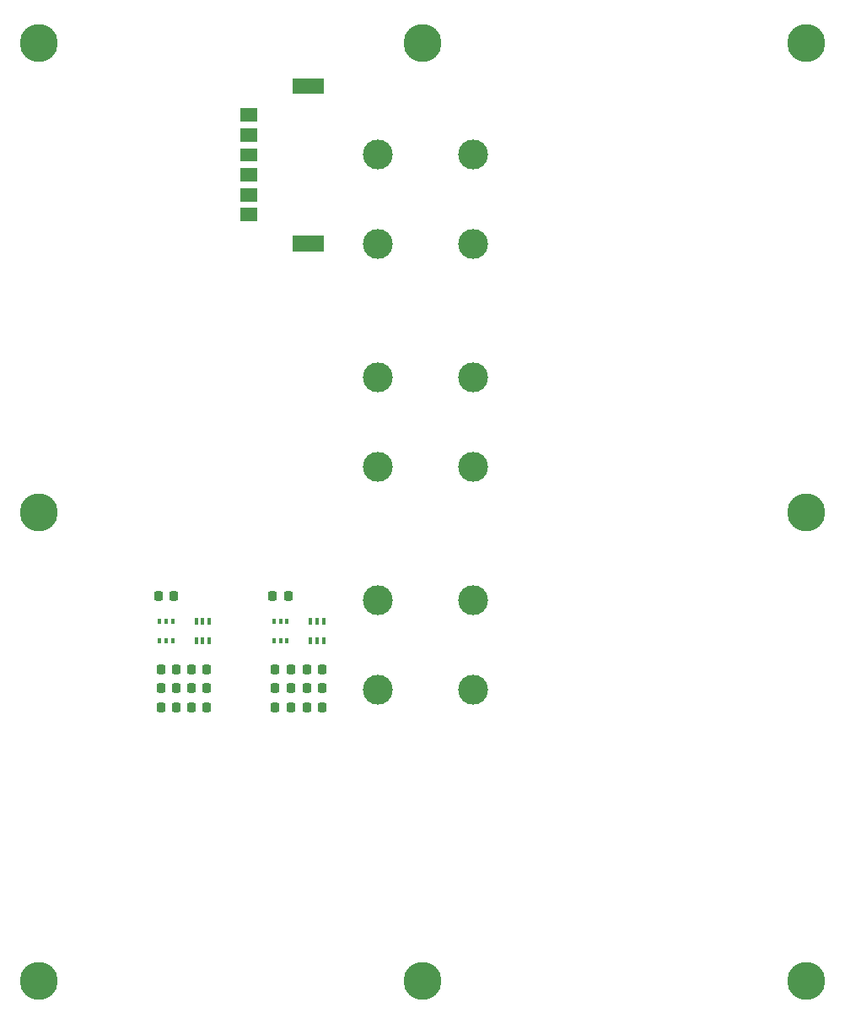
<source format=gbs>
%TF.GenerationSoftware,KiCad,Pcbnew,(6.0.4-0)*%
%TF.CreationDate,2022-05-13T11:56:41-07:00*%
%TF.ProjectId,solar-panel-side-X-plus,736f6c61-722d-4706-916e-656c2d736964,rev?*%
%TF.SameCoordinates,Original*%
%TF.FileFunction,Soldermask,Bot*%
%TF.FilePolarity,Negative*%
%FSLAX46Y46*%
G04 Gerber Fmt 4.6, Leading zero omitted, Abs format (unit mm)*
G04 Created by KiCad (PCBNEW (6.0.4-0)) date 2022-05-13 11:56:41*
%MOMM*%
%LPD*%
G01*
G04 APERTURE LIST*
G04 Aperture macros list*
%AMRoundRect*
0 Rectangle with rounded corners*
0 $1 Rounding radius*
0 $2 $3 $4 $5 $6 $7 $8 $9 X,Y pos of 4 corners*
0 Add a 4 corners polygon primitive as box body*
4,1,4,$2,$3,$4,$5,$6,$7,$8,$9,$2,$3,0*
0 Add four circle primitives for the rounded corners*
1,1,$1+$1,$2,$3*
1,1,$1+$1,$4,$5*
1,1,$1+$1,$6,$7*
1,1,$1+$1,$8,$9*
0 Add four rect primitives between the rounded corners*
20,1,$1+$1,$2,$3,$4,$5,0*
20,1,$1+$1,$4,$5,$6,$7,0*
20,1,$1+$1,$6,$7,$8,$9,0*
20,1,$1+$1,$8,$9,$2,$3,0*%
G04 Aperture macros list end*
%ADD10C,0.010000*%
%ADD11C,3.000000*%
%ADD12C,3.800000*%
%ADD13C,2.600000*%
%ADD14RoundRect,0.218750X-0.218750X-0.256250X0.218750X-0.256250X0.218750X0.256250X-0.218750X0.256250X0*%
%ADD15R,0.400000X0.650000*%
%ADD16RoundRect,0.218750X0.218750X0.256250X-0.218750X0.256250X-0.218750X-0.256250X0.218750X-0.256250X0*%
%ADD17R,0.400000X0.600000*%
G04 APERTURE END LIST*
%TO.C,J1*%
G36*
X128411200Y-68590200D02*
G01*
X125358800Y-68590200D01*
X125358800Y-67087800D01*
X128411200Y-67087800D01*
X128411200Y-68590200D01*
G37*
D10*
X128411200Y-68590200D02*
X125358800Y-68590200D01*
X125358800Y-67087800D01*
X128411200Y-67087800D01*
X128411200Y-68590200D01*
G36*
X121711200Y-63570200D02*
G01*
X120108800Y-63570200D01*
X120108800Y-62317800D01*
X121711200Y-62317800D01*
X121711200Y-63570200D01*
G37*
X121711200Y-63570200D02*
X120108800Y-63570200D01*
X120108800Y-62317800D01*
X121711200Y-62317800D01*
X121711200Y-63570200D01*
G36*
X121711200Y-55570200D02*
G01*
X120108800Y-55570200D01*
X120108800Y-54317800D01*
X121711200Y-54317800D01*
X121711200Y-55570200D01*
G37*
X121711200Y-55570200D02*
X120108800Y-55570200D01*
X120108800Y-54317800D01*
X121711200Y-54317800D01*
X121711200Y-55570200D01*
G36*
X121711200Y-61570200D02*
G01*
X120108800Y-61570200D01*
X120108800Y-60317800D01*
X121711200Y-60317800D01*
X121711200Y-61570200D01*
G37*
X121711200Y-61570200D02*
X120108800Y-61570200D01*
X120108800Y-60317800D01*
X121711200Y-60317800D01*
X121711200Y-61570200D01*
G36*
X128411200Y-52800200D02*
G01*
X125358800Y-52800200D01*
X125358800Y-51297800D01*
X128411200Y-51297800D01*
X128411200Y-52800200D01*
G37*
X128411200Y-52800200D02*
X125358800Y-52800200D01*
X125358800Y-51297800D01*
X128411200Y-51297800D01*
X128411200Y-52800200D01*
G36*
X121711200Y-59570200D02*
G01*
X120108800Y-59570200D01*
X120108800Y-58317800D01*
X121711200Y-58317800D01*
X121711200Y-59570200D01*
G37*
X121711200Y-59570200D02*
X120108800Y-59570200D01*
X120108800Y-58317800D01*
X121711200Y-58317800D01*
X121711200Y-59570200D01*
G36*
X121711200Y-65570200D02*
G01*
X120108800Y-65570200D01*
X120108800Y-64317800D01*
X121711200Y-64317800D01*
X121711200Y-65570200D01*
G37*
X121711200Y-65570200D02*
X120108800Y-65570200D01*
X120108800Y-64317800D01*
X121711200Y-64317800D01*
X121711200Y-65570200D01*
G36*
X121711200Y-57570200D02*
G01*
X120108800Y-57570200D01*
X120108800Y-56317800D01*
X121711200Y-56317800D01*
X121711200Y-57570200D01*
G37*
X121711200Y-57570200D02*
X120108800Y-57570200D01*
X120108800Y-56317800D01*
X121711200Y-56317800D01*
X121711200Y-57570200D01*
%TD*%
D11*
%TO.C,SC6*%
X143464000Y-67908000D03*
X143464000Y-58908000D03*
%TD*%
%TO.C,SC5*%
X143464000Y-90260000D03*
X143464000Y-81260000D03*
%TD*%
D12*
%TO.C,H1*%
X176900000Y-94810000D03*
D13*
X176900000Y-94810000D03*
%TD*%
D12*
%TO.C,H2*%
X176900000Y-47810000D03*
D13*
X176900000Y-47810000D03*
%TD*%
D12*
%TO.C,H3*%
X138400000Y-47810000D03*
D13*
X138400000Y-47810000D03*
%TD*%
D12*
%TO.C,H4*%
X99900000Y-47810000D03*
D13*
X99900000Y-47810000D03*
%TD*%
D12*
%TO.C,H5*%
X99900000Y-94810000D03*
D13*
X99900000Y-94810000D03*
%TD*%
%TO.C,H6*%
X99900000Y-141810000D03*
D12*
X99900000Y-141810000D03*
%TD*%
D13*
%TO.C,H7*%
X138400000Y-141810000D03*
D12*
X138400000Y-141810000D03*
%TD*%
D13*
%TO.C,H8*%
X176900000Y-141810000D03*
D12*
X176900000Y-141810000D03*
%TD*%
D11*
%TO.C,SC1*%
X133904000Y-58908000D03*
X133904000Y-67908000D03*
%TD*%
%TO.C,SC2*%
X133904000Y-81260000D03*
X133904000Y-90260000D03*
%TD*%
%TO.C,SC3*%
X133904000Y-103612000D03*
X133904000Y-112612000D03*
%TD*%
%TO.C,SC4*%
X143500000Y-112612000D03*
X143500000Y-103612000D03*
%TD*%
D14*
%TO.C,R8*%
X124943490Y-103199510D03*
X123368490Y-103199510D03*
%TD*%
%TO.C,R6*%
X125197490Y-112462510D03*
X123622490Y-112462510D03*
%TD*%
D15*
%TO.C,Q2*%
X127173990Y-105805510D03*
X127823990Y-105805510D03*
X128473990Y-105805510D03*
X128473990Y-107705510D03*
X127823990Y-107705510D03*
X127173990Y-107705510D03*
%TD*%
D14*
%TO.C,R4*%
X128357490Y-112462510D03*
X126782490Y-112462510D03*
%TD*%
%TO.C,R3*%
X116733990Y-112462510D03*
X115158990Y-112462510D03*
%TD*%
D16*
%TO.C,R10*%
X123622490Y-110557510D03*
X125197490Y-110557510D03*
%TD*%
D17*
%TO.C,Q3*%
X112019990Y-105805510D03*
X112669990Y-105805510D03*
X113319990Y-105805510D03*
X113319990Y-107705510D03*
X112669990Y-107705510D03*
X112019990Y-107705510D03*
%TD*%
D14*
%TO.C,R7*%
X113457490Y-103199510D03*
X111882490Y-103199510D03*
%TD*%
D16*
%TO.C,C2*%
X112136490Y-114367510D03*
X113711490Y-114367510D03*
%TD*%
D14*
%TO.C,R11*%
X116733990Y-114367510D03*
X115158990Y-114367510D03*
%TD*%
D15*
%TO.C,Q1*%
X115687990Y-105805510D03*
X116337990Y-105805510D03*
X116987990Y-105805510D03*
X116987990Y-107705510D03*
X116337990Y-107705510D03*
X115687990Y-107705510D03*
%TD*%
D16*
%TO.C,R1*%
X115158990Y-110557510D03*
X116733990Y-110557510D03*
%TD*%
%TO.C,R5*%
X112136490Y-112462510D03*
X113711490Y-112462510D03*
%TD*%
%TO.C,C3*%
X123622490Y-114367510D03*
X125197490Y-114367510D03*
%TD*%
D17*
%TO.C,Q4*%
X123505990Y-105805510D03*
X124155990Y-105805510D03*
X124805990Y-105805510D03*
X124805990Y-107705510D03*
X124155990Y-107705510D03*
X123505990Y-107705510D03*
%TD*%
D16*
%TO.C,R2*%
X126782490Y-110557510D03*
X128357490Y-110557510D03*
%TD*%
D14*
%TO.C,R12*%
X128357490Y-114367510D03*
X126782490Y-114367510D03*
%TD*%
%TO.C,R9*%
X112136490Y-110557510D03*
X113711490Y-110557510D03*
%TD*%
M02*

</source>
